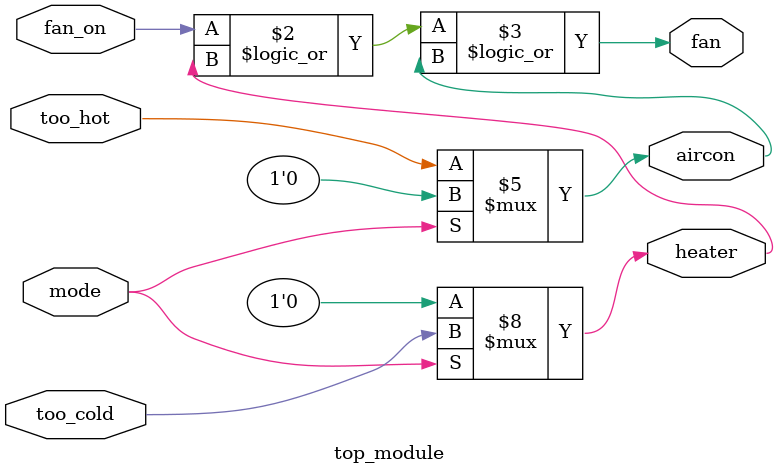
<source format=sv>
module top_module(
	input mode,
	input too_cold, 
	input too_hot,
	input fan_on,
	output reg heater,
	output reg aircon,
	output reg fan
);

always @(*) begin
    if (mode) begin // Heating mode
        heater = too_cold;
        aircon = 0;
    end else begin // Cooling mode
        aircon = too_hot;
        heater = 0;
    end
    
    // Fan logic
    fan = fan_on || heater || aircon;
end

endmodule

</source>
